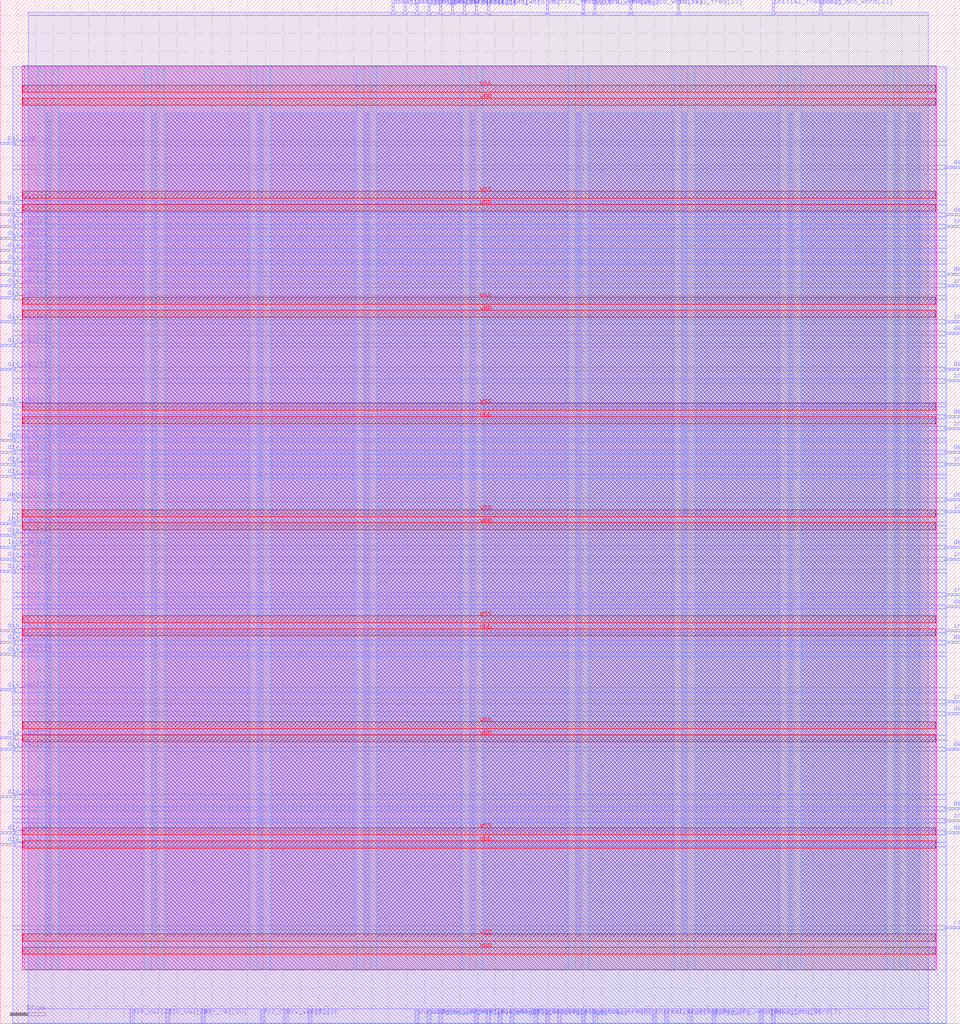
<source format=lef>
VERSION 5.7 ;
  NOWIREEXTENSIONATPIN ON ;
  DIVIDERCHAR "/" ;
  BUSBITCHARS "[]" ;
MACRO pll_top
  CLASS BLOCK ;
  FOREIGN pll_top ;
  ORIGIN 0.000 0.000 ;
  SIZE 271.550 BY 289.470 ;
  PIN VDD
    DIRECTION INOUT ;
    USE POWER ;
    PORT
      LAYER Metal4 ;
        RECT 10.720 15.380 12.720 270.780 ;
    END
    PORT
      LAYER Metal4 ;
        RECT 40.720 15.380 42.720 270.780 ;
    END
    PORT
      LAYER Metal4 ;
        RECT 70.720 15.380 72.720 270.780 ;
    END
    PORT
      LAYER Metal4 ;
        RECT 100.720 15.380 102.720 270.780 ;
    END
    PORT
      LAYER Metal4 ;
        RECT 130.720 15.380 132.720 270.780 ;
    END
    PORT
      LAYER Metal4 ;
        RECT 160.720 15.380 162.720 270.780 ;
    END
    PORT
      LAYER Metal4 ;
        RECT 190.720 15.380 192.720 270.780 ;
    END
    PORT
      LAYER Metal4 ;
        RECT 220.720 15.380 222.720 270.780 ;
    END
    PORT
      LAYER Metal4 ;
        RECT 250.720 15.380 252.720 270.780 ;
    END
    PORT
      LAYER Metal5 ;
        RECT 6.420 19.680 264.620 21.680 ;
    END
    PORT
      LAYER Metal5 ;
        RECT 6.420 49.680 264.620 51.680 ;
    END
    PORT
      LAYER Metal5 ;
        RECT 6.420 79.680 264.620 81.680 ;
    END
    PORT
      LAYER Metal5 ;
        RECT 6.420 109.680 264.620 111.680 ;
    END
    PORT
      LAYER Metal5 ;
        RECT 6.420 139.680 264.620 141.680 ;
    END
    PORT
      LAYER Metal5 ;
        RECT 6.420 169.680 264.620 171.680 ;
    END
    PORT
      LAYER Metal5 ;
        RECT 6.420 199.680 264.620 201.680 ;
    END
    PORT
      LAYER Metal5 ;
        RECT 6.420 229.680 264.620 231.680 ;
    END
    PORT
      LAYER Metal5 ;
        RECT 6.420 259.680 264.620 261.680 ;
    END
  END VDD
  PIN VSS
    DIRECTION INOUT ;
    USE GROUND ;
    PORT
      LAYER Metal4 ;
        RECT 14.420 15.380 16.420 270.780 ;
    END
    PORT
      LAYER Metal4 ;
        RECT 44.420 15.380 46.420 270.780 ;
    END
    PORT
      LAYER Metal4 ;
        RECT 74.420 15.380 76.420 270.780 ;
    END
    PORT
      LAYER Metal4 ;
        RECT 104.420 15.380 106.420 270.780 ;
    END
    PORT
      LAYER Metal4 ;
        RECT 134.420 15.380 136.420 270.780 ;
    END
    PORT
      LAYER Metal4 ;
        RECT 164.420 15.380 166.420 270.780 ;
    END
    PORT
      LAYER Metal4 ;
        RECT 194.420 15.380 196.420 270.780 ;
    END
    PORT
      LAYER Metal4 ;
        RECT 224.420 15.380 226.420 270.780 ;
    END
    PORT
      LAYER Metal4 ;
        RECT 254.420 15.380 256.420 270.780 ;
    END
    PORT
      LAYER Metal5 ;
        RECT 6.420 23.380 264.620 25.380 ;
    END
    PORT
      LAYER Metal5 ;
        RECT 6.420 53.380 264.620 55.380 ;
    END
    PORT
      LAYER Metal5 ;
        RECT 6.420 83.380 264.620 85.380 ;
    END
    PORT
      LAYER Metal5 ;
        RECT 6.420 113.380 264.620 115.380 ;
    END
    PORT
      LAYER Metal5 ;
        RECT 6.420 143.380 264.620 145.380 ;
    END
    PORT
      LAYER Metal5 ;
        RECT 6.420 173.380 264.620 175.380 ;
    END
    PORT
      LAYER Metal5 ;
        RECT 6.420 203.380 264.620 205.380 ;
    END
    PORT
      LAYER Metal5 ;
        RECT 6.420 233.380 264.620 235.380 ;
    END
    PORT
      LAYER Metal5 ;
        RECT 6.420 263.380 264.620 265.380 ;
    END
  END VSS
  PIN debug_dco_word[0]
    DIRECTION OUTPUT ;
    USE SIGNAL ;
    ANTENNADIFFAREA 1.986000 ;
    PORT
      LAYER Metal2 ;
        RECT 120.960 0.000 121.520 4.000 ;
    END
  END debug_dco_word[0]
  PIN debug_dco_word[10]
    DIRECTION OUTPUT ;
    USE SIGNAL ;
    ANTENNADIFFAREA 1.986000 ;
    PORT
      LAYER Metal3 ;
        RECT 267.550 77.280 271.550 77.840 ;
    END
  END debug_dco_word[10]
  PIN debug_dco_word[11]
    DIRECTION OUTPUT ;
    USE SIGNAL ;
    ANTENNADIFFAREA 1.986000 ;
    PORT
      LAYER Metal3 ;
        RECT 267.550 87.360 271.550 87.920 ;
    END
  END debug_dco_word[11]
  PIN debug_dco_word[12]
    DIRECTION OUTPUT ;
    USE SIGNAL ;
    ANTENNADIFFAREA 1.986000 ;
    PORT
      LAYER Metal3 ;
        RECT 267.550 107.520 271.550 108.080 ;
    END
  END debug_dco_word[12]
  PIN debug_dco_word[13]
    DIRECTION OUTPUT ;
    USE SIGNAL ;
    ANTENNADIFFAREA 1.986000 ;
    PORT
      LAYER Metal3 ;
        RECT 267.550 117.600 271.550 118.160 ;
    END
  END debug_dco_word[13]
  PIN debug_dco_word[14]
    DIRECTION OUTPUT ;
    USE SIGNAL ;
    ANTENNADIFFAREA 1.986000 ;
    PORT
      LAYER Metal3 ;
        RECT 267.550 134.400 271.550 134.960 ;
    END
  END debug_dco_word[14]
  PIN debug_dco_word[15]
    DIRECTION OUTPUT ;
    USE SIGNAL ;
    ANTENNADIFFAREA 1.986000 ;
    PORT
      LAYER Metal3 ;
        RECT 267.550 147.840 271.550 148.400 ;
    END
  END debug_dco_word[15]
  PIN debug_dco_word[16]
    DIRECTION OUTPUT ;
    USE SIGNAL ;
    ANTENNADIFFAREA 1.986000 ;
    PORT
      LAYER Metal3 ;
        RECT 267.550 161.280 271.550 161.840 ;
    END
  END debug_dco_word[16]
  PIN debug_dco_word[17]
    DIRECTION OUTPUT ;
    USE SIGNAL ;
    ANTENNADIFFAREA 1.986000 ;
    PORT
      LAYER Metal3 ;
        RECT 267.550 171.360 271.550 171.920 ;
    END
  END debug_dco_word[17]
  PIN debug_dco_word[18]
    DIRECTION OUTPUT ;
    USE SIGNAL ;
    ANTENNADIFFAREA 1.986000 ;
    PORT
      LAYER Metal3 ;
        RECT 267.550 184.800 271.550 185.360 ;
    END
  END debug_dco_word[18]
  PIN debug_dco_word[19]
    DIRECTION OUTPUT ;
    USE SIGNAL ;
    ANTENNADIFFAREA 1.986000 ;
    PORT
      LAYER Metal3 ;
        RECT 267.550 194.880 271.550 195.440 ;
    END
  END debug_dco_word[19]
  PIN debug_dco_word[1]
    DIRECTION OUTPUT ;
    USE SIGNAL ;
    ANTENNADIFFAREA 1.986000 ;
    PORT
      LAYER Metal2 ;
        RECT 124.320 0.000 124.880 4.000 ;
    END
  END debug_dco_word[1]
  PIN debug_dco_word[20]
    DIRECTION OUTPUT ;
    USE SIGNAL ;
    ANTENNADIFFAREA 1.986000 ;
    PORT
      LAYER Metal3 ;
        RECT 267.550 211.680 271.550 212.240 ;
    END
  END debug_dco_word[20]
  PIN debug_dco_word[21]
    DIRECTION OUTPUT ;
    USE SIGNAL ;
    ANTENNADIFFAREA 1.986000 ;
    PORT
      LAYER Metal3 ;
        RECT 267.550 228.480 271.550 229.040 ;
    END
  END debug_dco_word[21]
  PIN debug_dco_word[22]
    DIRECTION OUTPUT ;
    USE SIGNAL ;
    ANTENNADIFFAREA 1.986000 ;
    PORT
      LAYER Metal3 ;
        RECT 267.550 241.920 271.550 242.480 ;
    END
  END debug_dco_word[22]
  PIN debug_dco_word[23]
    DIRECTION OUTPUT ;
    USE SIGNAL ;
    ANTENNADIFFAREA 1.986000 ;
    PORT
      LAYER Metal2 ;
        RECT 231.840 285.470 232.400 289.470 ;
    END
  END debug_dco_word[23]
  PIN debug_dco_word[24]
    DIRECTION OUTPUT ;
    USE SIGNAL ;
    ANTENNADIFFAREA 1.986000 ;
    PORT
      LAYER Metal2 ;
        RECT 178.080 285.470 178.640 289.470 ;
    END
  END debug_dco_word[24]
  PIN debug_dco_word[25]
    DIRECTION OUTPUT ;
    USE SIGNAL ;
    ANTENNADIFFAREA 1.986000 ;
    PORT
      LAYER Metal2 ;
        RECT 164.640 285.470 165.200 289.470 ;
    END
  END debug_dco_word[25]
  PIN debug_dco_word[26]
    DIRECTION OUTPUT ;
    USE SIGNAL ;
    ANTENNADIFFAREA 1.986000 ;
    PORT
      LAYER Metal2 ;
        RECT 137.760 285.470 138.320 289.470 ;
    END
  END debug_dco_word[26]
  PIN debug_dco_word[27]
    DIRECTION OUTPUT ;
    USE SIGNAL ;
    ANTENNADIFFAREA 1.986000 ;
    PORT
      LAYER Metal2 ;
        RECT 117.600 285.470 118.160 289.470 ;
    END
  END debug_dco_word[27]
  PIN debug_dco_word[28]
    DIRECTION OUTPUT ;
    USE SIGNAL ;
    ANTENNADIFFAREA 1.986000 ;
    PORT
      LAYER Metal2 ;
        RECT 120.960 285.470 121.520 289.470 ;
    END
  END debug_dco_word[28]
  PIN debug_dco_word[29]
    DIRECTION OUTPUT ;
    USE SIGNAL ;
    ANTENNADIFFAREA 1.986000 ;
    PORT
      LAYER Metal2 ;
        RECT 110.880 285.470 111.440 289.470 ;
    END
  END debug_dco_word[29]
  PIN debug_dco_word[2]
    DIRECTION OUTPUT ;
    USE SIGNAL ;
    ANTENNADIFFAREA 1.986000 ;
    PORT
      LAYER Metal2 ;
        RECT 134.400 0.000 134.960 4.000 ;
    END
  END debug_dco_word[2]
  PIN debug_dco_word[30]
    DIRECTION OUTPUT ;
    USE SIGNAL ;
    ANTENNADIFFAREA 1.986000 ;
    PORT
      LAYER Metal3 ;
        RECT 0.000 164.640 4.000 165.200 ;
    END
  END debug_dco_word[30]
  PIN debug_dco_word[31]
    DIRECTION OUTPUT ;
    USE SIGNAL ;
    ANTENNADIFFAREA 1.986000 ;
    PORT
      LAYER Metal3 ;
        RECT 0.000 147.840 4.000 148.400 ;
    END
  END debug_dco_word[31]
  PIN debug_dco_word[3]
    DIRECTION OUTPUT ;
    USE SIGNAL ;
    ANTENNADIFFAREA 1.986000 ;
    PORT
      LAYER Metal2 ;
        RECT 144.480 0.000 145.040 4.000 ;
    END
  END debug_dco_word[3]
  PIN debug_dco_word[4]
    DIRECTION OUTPUT ;
    USE SIGNAL ;
    ANTENNADIFFAREA 1.986000 ;
    PORT
      LAYER Metal2 ;
        RECT 157.920 0.000 158.480 4.000 ;
    END
  END debug_dco_word[4]
  PIN debug_dco_word[5]
    DIRECTION OUTPUT ;
    USE SIGNAL ;
    ANTENNADIFFAREA 1.986000 ;
    PORT
      LAYER Metal2 ;
        RECT 164.640 0.000 165.200 4.000 ;
    END
  END debug_dco_word[5]
  PIN debug_dco_word[6]
    DIRECTION OUTPUT ;
    USE SIGNAL ;
    ANTENNADIFFAREA 1.986000 ;
    PORT
      LAYER Metal2 ;
        RECT 201.600 0.000 202.160 4.000 ;
    END
  END debug_dco_word[6]
  PIN debug_dco_word[7]
    DIRECTION OUTPUT ;
    USE SIGNAL ;
    ANTENNADIFFAREA 1.986000 ;
    PORT
      LAYER Metal2 ;
        RECT 218.400 0.000 218.960 4.000 ;
    END
  END debug_dco_word[7]
  PIN debug_dco_word[8]
    DIRECTION OUTPUT ;
    USE SIGNAL ;
    ANTENNADIFFAREA 1.986000 ;
    PORT
      LAYER Metal3 ;
        RECT 267.550 53.760 271.550 54.320 ;
    END
  END debug_dco_word[8]
  PIN debug_dco_word[9]
    DIRECTION OUTPUT ;
    USE SIGNAL ;
    ANTENNADIFFAREA 1.986000 ;
    PORT
      LAYER Metal3 ;
        RECT 267.550 60.480 271.550 61.040 ;
    END
  END debug_dco_word[9]
  PIN div_val[0]
    DIRECTION INPUT ;
    USE SIGNAL ;
    ANTENNAGATEAREA 0.741000 ;
    PORT
      LAYER Metal3 ;
        RECT 0.000 204.960 4.000 205.520 ;
    END
  END div_val[0]
  PIN div_val[10]
    DIRECTION INPUT ;
    USE SIGNAL ;
    ANTENNAGATEAREA 0.741000 ;
    PORT
      LAYER Metal3 ;
        RECT 0.000 191.520 4.000 192.080 ;
    END
  END div_val[10]
  PIN div_val[11]
    DIRECTION INPUT ;
    USE SIGNAL ;
    ANTENNAGATEAREA 0.741000 ;
    PORT
      LAYER Metal3 ;
        RECT 0.000 184.800 4.000 185.360 ;
    END
  END div_val[11]
  PIN div_val[12]
    DIRECTION INPUT ;
    USE SIGNAL ;
    ANTENNAGATEAREA 0.498500 ;
    PORT
      LAYER Metal3 ;
        RECT 0.000 174.720 4.000 175.280 ;
    END
  END div_val[12]
  PIN div_val[13]
    DIRECTION INPUT ;
    USE SIGNAL ;
    ANTENNAGATEAREA 0.741000 ;
    PORT
      LAYER Metal3 ;
        RECT 0.000 161.280 4.000 161.840 ;
    END
  END div_val[13]
  PIN div_val[14]
    DIRECTION INPUT ;
    USE SIGNAL ;
    ANTENNAGATEAREA 0.498500 ;
    PORT
      LAYER Metal3 ;
        RECT 0.000 157.920 4.000 158.480 ;
    END
  END div_val[14]
  PIN div_val[15]
    DIRECTION INPUT ;
    USE SIGNAL ;
    ANTENNAGATEAREA 1.102000 ;
    PORT
      LAYER Metal3 ;
        RECT 0.000 154.560 4.000 155.120 ;
    END
  END div_val[15]
  PIN div_val[16]
    DIRECTION INPUT ;
    USE SIGNAL ;
    ANTENNAGATEAREA 0.741000 ;
    PORT
      LAYER Metal3 ;
        RECT 0.000 137.760 4.000 138.320 ;
    END
  END div_val[16]
  PIN div_val[17]
    DIRECTION INPUT ;
    USE SIGNAL ;
    ANTENNAGATEAREA 0.498500 ;
    PORT
      LAYER Metal3 ;
        RECT 0.000 131.040 4.000 131.600 ;
    END
  END div_val[17]
  PIN div_val[18]
    DIRECTION INPUT ;
    USE SIGNAL ;
    ANTENNAGATEAREA 0.498500 ;
    PORT
      LAYER Metal3 ;
        RECT 0.000 127.680 4.000 128.240 ;
    END
  END div_val[18]
  PIN div_val[19]
    DIRECTION INPUT ;
    USE SIGNAL ;
    ANTENNAGATEAREA 0.726000 ;
    PORT
      LAYER Metal3 ;
        RECT 0.000 110.880 4.000 111.440 ;
    END
  END div_val[19]
  PIN div_val[1]
    DIRECTION INPUT ;
    USE SIGNAL ;
    ANTENNAGATEAREA 0.741000 ;
    PORT
      LAYER Metal3 ;
        RECT 0.000 211.680 4.000 212.240 ;
    END
  END div_val[1]
  PIN div_val[20]
    DIRECTION INPUT ;
    USE SIGNAL ;
    ANTENNAGATEAREA 0.741000 ;
    PORT
      LAYER Metal3 ;
        RECT 0.000 107.520 4.000 108.080 ;
    END
  END div_val[20]
  PIN div_val[21]
    DIRECTION INPUT ;
    USE SIGNAL ;
    ANTENNAGATEAREA 1.102000 ;
    PORT
      LAYER Metal3 ;
        RECT 0.000 104.160 4.000 104.720 ;
    END
  END div_val[21]
  PIN div_val[22]
    DIRECTION INPUT ;
    USE SIGNAL ;
    ANTENNAGATEAREA 0.498500 ;
    PORT
      LAYER Metal3 ;
        RECT 0.000 94.080 4.000 94.640 ;
    END
  END div_val[22]
  PIN div_val[23]
    DIRECTION INPUT ;
    USE SIGNAL ;
    ANTENNAGATEAREA 1.102000 ;
    PORT
      LAYER Metal3 ;
        RECT 0.000 80.640 4.000 81.200 ;
    END
  END div_val[23]
  PIN div_val[24]
    DIRECTION INPUT ;
    USE SIGNAL ;
    ANTENNAGATEAREA 1.102000 ;
    PORT
      LAYER Metal3 ;
        RECT 0.000 77.280 4.000 77.840 ;
    END
  END div_val[24]
  PIN div_val[25]
    DIRECTION INPUT ;
    USE SIGNAL ;
    ANTENNAGATEAREA 0.741000 ;
    PORT
      LAYER Metal3 ;
        RECT 0.000 63.840 4.000 64.400 ;
    END
  END div_val[25]
  PIN div_val[26]
    DIRECTION INPUT ;
    USE SIGNAL ;
    ANTENNAGATEAREA 0.741000 ;
    PORT
      LAYER Metal3 ;
        RECT 0.000 53.760 4.000 54.320 ;
    END
  END div_val[26]
  PIN div_val[27]
    DIRECTION INPUT ;
    USE SIGNAL ;
    ANTENNAGATEAREA 0.498500 ;
    PORT
      LAYER Metal3 ;
        RECT 0.000 50.400 4.000 50.960 ;
    END
  END div_val[27]
  PIN div_val[28]
    DIRECTION INPUT ;
    USE SIGNAL ;
    ANTENNAGATEAREA 0.741000 ;
    PORT
      LAYER Metal2 ;
        RECT 36.960 0.000 37.520 4.000 ;
    END
  END div_val[28]
  PIN div_val[29]
    DIRECTION INPUT ;
    USE SIGNAL ;
    ANTENNAGATEAREA 0.741000 ;
    PORT
      LAYER Metal2 ;
        RECT 47.040 0.000 47.600 4.000 ;
    END
  END div_val[29]
  PIN div_val[2]
    DIRECTION INPUT ;
    USE SIGNAL ;
    ANTENNAGATEAREA 0.741000 ;
    PORT
      LAYER Metal3 ;
        RECT 0.000 208.320 4.000 208.880 ;
    END
  END div_val[2]
  PIN div_val[30]
    DIRECTION INPUT ;
    USE SIGNAL ;
    ANTENNAGATEAREA 0.741000 ;
    PORT
      LAYER Metal2 ;
        RECT 57.120 0.000 57.680 4.000 ;
    END
  END div_val[30]
  PIN div_val[31]
    DIRECTION INPUT ;
    USE SIGNAL ;
    ANTENNAGATEAREA 0.741000 ;
    PORT
      LAYER Metal2 ;
        RECT 80.640 0.000 81.200 4.000 ;
    END
  END div_val[31]
  PIN div_val[3]
    DIRECTION INPUT ;
    USE SIGNAL ;
    ANTENNAGATEAREA 0.741000 ;
    PORT
      LAYER Metal3 ;
        RECT 0.000 218.400 4.000 218.960 ;
    END
  END div_val[3]
  PIN div_val[4]
    DIRECTION INPUT ;
    USE SIGNAL ;
    ANTENNAGATEAREA 0.741000 ;
    PORT
      LAYER Metal3 ;
        RECT 0.000 231.840 4.000 232.400 ;
    END
  END div_val[4]
  PIN div_val[5]
    DIRECTION INPUT ;
    USE SIGNAL ;
    ANTENNAGATEAREA 0.741000 ;
    PORT
      LAYER Metal3 ;
        RECT 0.000 228.480 4.000 229.040 ;
    END
  END div_val[5]
  PIN div_val[6]
    DIRECTION INPUT ;
    USE SIGNAL ;
    ANTENNAGATEAREA 0.498500 ;
    PORT
      LAYER Metal3 ;
        RECT 0.000 225.120 4.000 225.680 ;
    END
  END div_val[6]
  PIN div_val[7]
    DIRECTION INPUT ;
    USE SIGNAL ;
    ANTENNAGATEAREA 0.741000 ;
    PORT
      LAYER Metal3 ;
        RECT 0.000 221.760 4.000 222.320 ;
    END
  END div_val[7]
  PIN div_val[8]
    DIRECTION INPUT ;
    USE SIGNAL ;
    ANTENNAGATEAREA 0.498500 ;
    PORT
      LAYER Metal3 ;
        RECT 0.000 215.040 4.000 215.600 ;
    END
  END div_val[8]
  PIN div_val[9]
    DIRECTION INPUT ;
    USE SIGNAL ;
    ANTENNAGATEAREA 0.498500 ;
    PORT
      LAYER Metal3 ;
        RECT 0.000 198.240 4.000 198.800 ;
    END
  END div_val[9]
  PIN initial_freq[0]
    DIRECTION INPUT ;
    USE SIGNAL ;
    ANTENNAGATEAREA 0.741000 ;
    PORT
      LAYER Metal2 ;
        RECT 117.600 0.000 118.160 4.000 ;
    END
  END initial_freq[0]
  PIN initial_freq[10]
    DIRECTION INPUT ;
    USE SIGNAL ;
    ANTENNAGATEAREA 0.741000 ;
    PORT
      LAYER Metal2 ;
        RECT 188.160 0.000 188.720 4.000 ;
    END
  END initial_freq[10]
  PIN initial_freq[11]
    DIRECTION INPUT ;
    USE SIGNAL ;
    ANTENNAGATEAREA 0.741000 ;
    PORT
      LAYER Metal3 ;
        RECT 267.550 90.720 271.550 91.280 ;
    END
  END initial_freq[11]
  PIN initial_freq[12]
    DIRECTION INPUT ;
    USE SIGNAL ;
    ANTENNAGATEAREA 0.741000 ;
    PORT
      LAYER Metal3 ;
        RECT 267.550 110.880 271.550 111.440 ;
    END
  END initial_freq[12]
  PIN initial_freq[13]
    DIRECTION INPUT ;
    USE SIGNAL ;
    ANTENNAGATEAREA 0.741000 ;
    PORT
      LAYER Metal3 ;
        RECT 267.550 120.960 271.550 121.520 ;
    END
  END initial_freq[13]
  PIN initial_freq[14]
    DIRECTION INPUT ;
    USE SIGNAL ;
    ANTENNAGATEAREA 0.741000 ;
    PORT
      LAYER Metal3 ;
        RECT 267.550 131.040 271.550 131.600 ;
    END
  END initial_freq[14]
  PIN initial_freq[15]
    DIRECTION INPUT ;
    USE SIGNAL ;
    ANTENNAGATEAREA 0.741000 ;
    PORT
      LAYER Metal3 ;
        RECT 267.550 144.480 271.550 145.040 ;
    END
  END initial_freq[15]
  PIN initial_freq[16]
    DIRECTION INPUT ;
    USE SIGNAL ;
    ANTENNAGATEAREA 0.741000 ;
    PORT
      LAYER Metal3 ;
        RECT 267.550 157.920 271.550 158.480 ;
    END
  END initial_freq[16]
  PIN initial_freq[17]
    DIRECTION INPUT ;
    USE SIGNAL ;
    ANTENNAGATEAREA 0.741000 ;
    PORT
      LAYER Metal3 ;
        RECT 267.550 168.000 271.550 168.560 ;
    END
  END initial_freq[17]
  PIN initial_freq[18]
    DIRECTION INPUT ;
    USE SIGNAL ;
    ANTENNAGATEAREA 0.741000 ;
    PORT
      LAYER Metal3 ;
        RECT 267.550 181.440 271.550 182.000 ;
    END
  END initial_freq[18]
  PIN initial_freq[19]
    DIRECTION INPUT ;
    USE SIGNAL ;
    ANTENNAGATEAREA 0.741000 ;
    PORT
      LAYER Metal3 ;
        RECT 267.550 198.240 271.550 198.800 ;
    END
  END initial_freq[19]
  PIN initial_freq[1]
    DIRECTION INPUT ;
    USE SIGNAL ;
    ANTENNAGATEAREA 0.741000 ;
    PORT
      LAYER Metal2 ;
        RECT 151.200 0.000 151.760 4.000 ;
    END
  END initial_freq[1]
  PIN initial_freq[20]
    DIRECTION INPUT ;
    USE SIGNAL ;
    ANTENNAGATEAREA 0.741000 ;
    PORT
      LAYER Metal3 ;
        RECT 267.550 208.320 271.550 208.880 ;
    END
  END initial_freq[20]
  PIN initial_freq[21]
    DIRECTION INPUT ;
    USE SIGNAL ;
    ANTENNAGATEAREA 0.741000 ;
    PORT
      LAYER Metal3 ;
        RECT 267.550 225.120 271.550 225.680 ;
    END
  END initial_freq[21]
  PIN initial_freq[22]
    DIRECTION INPUT ;
    USE SIGNAL ;
    ANTENNAGATEAREA 0.741000 ;
    PORT
      LAYER Metal2 ;
        RECT 218.400 285.470 218.960 289.470 ;
    END
  END initial_freq[22]
  PIN initial_freq[23]
    DIRECTION INPUT ;
    USE SIGNAL ;
    ANTENNAGATEAREA 0.741000 ;
    PORT
      LAYER Metal2 ;
        RECT 191.520 285.470 192.080 289.470 ;
    END
  END initial_freq[23]
  PIN initial_freq[24]
    DIRECTION INPUT ;
    USE SIGNAL ;
    ANTENNAGATEAREA 0.741000 ;
    PORT
      LAYER Metal2 ;
        RECT 168.000 285.470 168.560 289.470 ;
    END
  END initial_freq[24]
  PIN initial_freq[25]
    DIRECTION INPUT ;
    USE SIGNAL ;
    ANTENNAGATEAREA 0.741000 ;
    PORT
      LAYER Metal2 ;
        RECT 154.560 285.470 155.120 289.470 ;
    END
  END initial_freq[25]
  PIN initial_freq[26]
    DIRECTION INPUT ;
    USE SIGNAL ;
    ANTENNAGATEAREA 0.741000 ;
    PORT
      LAYER Metal2 ;
        RECT 127.680 285.470 128.240 289.470 ;
    END
  END initial_freq[26]
  PIN initial_freq[27]
    DIRECTION INPUT ;
    USE SIGNAL ;
    ANTENNAGATEAREA 0.741000 ;
    PORT
      LAYER Metal2 ;
        RECT 114.240 285.470 114.800 289.470 ;
    END
  END initial_freq[27]
  PIN initial_freq[28]
    DIRECTION INPUT ;
    USE SIGNAL ;
    ANTENNAGATEAREA 0.741000 ;
    PORT
      LAYER Metal2 ;
        RECT 131.040 285.470 131.600 289.470 ;
    END
  END initial_freq[28]
  PIN initial_freq[29]
    DIRECTION INPUT ;
    USE SIGNAL ;
    ANTENNAGATEAREA 0.741000 ;
    PORT
      LAYER Metal2 ;
        RECT 124.320 285.470 124.880 289.470 ;
    END
  END initial_freq[29]
  PIN initial_freq[2]
    DIRECTION INPUT ;
    USE SIGNAL ;
    ANTENNAGATEAREA 0.741000 ;
    PORT
      LAYER Metal2 ;
        RECT 137.760 0.000 138.320 4.000 ;
    END
  END initial_freq[2]
  PIN initial_freq[30]
    DIRECTION INPUT ;
    USE SIGNAL ;
    ANTENNAGATEAREA 0.741000 ;
    PORT
      LAYER Metal2 ;
        RECT 134.400 285.470 134.960 289.470 ;
    END
  END initial_freq[30]
  PIN initial_freq[31]
    DIRECTION INPUT ;
    USE SIGNAL ;
    ANTENNAGATEAREA 0.741000 ;
    PORT
      LAYER Metal3 ;
        RECT 0.000 141.120 4.000 141.680 ;
    END
  END initial_freq[31]
  PIN initial_freq[3]
    DIRECTION INPUT ;
    USE SIGNAL ;
    ANTENNAGATEAREA 0.741000 ;
    PORT
      LAYER Metal2 ;
        RECT 141.120 0.000 141.680 4.000 ;
    END
  END initial_freq[3]
  PIN initial_freq[4]
    DIRECTION INPUT ;
    USE SIGNAL ;
    ANTENNAGATEAREA 0.741000 ;
    PORT
      LAYER Metal2 ;
        RECT 154.560 0.000 155.120 4.000 ;
    END
  END initial_freq[4]
  PIN initial_freq[5]
    DIRECTION INPUT ;
    USE SIGNAL ;
    ANTENNAGATEAREA 0.741000 ;
    PORT
      LAYER Metal2 ;
        RECT 168.000 0.000 168.560 4.000 ;
    END
  END initial_freq[5]
  PIN initial_freq[6]
    DIRECTION INPUT ;
    USE SIGNAL ;
    ANTENNAGATEAREA 0.741000 ;
    PORT
      LAYER Metal2 ;
        RECT 194.880 0.000 195.440 4.000 ;
    END
  END initial_freq[6]
  PIN initial_freq[7]
    DIRECTION INPUT ;
    USE SIGNAL ;
    ANTENNAGATEAREA 0.741000 ;
    PORT
      LAYER Metal2 ;
        RECT 215.040 0.000 215.600 4.000 ;
    END
  END initial_freq[7]
  PIN initial_freq[8]
    DIRECTION INPUT ;
    USE SIGNAL ;
    ANTENNAGATEAREA 0.741000 ;
    PORT
      LAYER Metal3 ;
        RECT 267.550 57.120 271.550 57.680 ;
    END
  END initial_freq[8]
  PIN initial_freq[9]
    DIRECTION INPUT ;
    USE SIGNAL ;
    ANTENNAGATEAREA 0.741000 ;
    PORT
      LAYER Metal2 ;
        RECT 184.800 0.000 185.360 4.000 ;
    END
  END initial_freq[9]
  PIN lock_detect
    DIRECTION OUTPUT ;
    USE SIGNAL ;
    ANTENNADIFFAREA 1.986000 ;
    PORT
      LAYER Metal3 ;
        RECT 0.000 134.400 4.000 134.960 ;
    END
  END lock_detect
  PIN pll_out
    DIRECTION OUTPUT ;
    USE SIGNAL ;
    ANTENNADIFFAREA 1.986000 ;
    PORT
      LAYER Metal3 ;
        RECT 0.000 248.640 4.000 249.200 ;
    END
  END pll_out
  PIN ref_clk
    DIRECTION INPUT ;
    USE SIGNAL ;
    ANTENNAGATEAREA 0.741000 ;
    PORT
      LAYER Metal2 ;
        RECT 87.360 0.000 87.920 4.000 ;
    END
  END ref_clk
  PIN rst_n
    DIRECTION INPUT ;
    USE SIGNAL ;
    ANTENNAGATEAREA 0.741000 ;
    PORT
      LAYER Metal3 ;
        RECT 267.550 26.880 271.550 27.440 ;
    END
  END rst_n
  PIN sys_clk
    DIRECTION INPUT ;
    USE SIGNAL ;
    ANTENNAGATEAREA 4.738000 ;
    PORT
      LAYER Metal2 ;
        RECT 73.920 0.000 74.480 4.000 ;
    END
  END sys_clk
  OBS
      LAYER Nwell ;
        RECT 6.290 15.250 264.750 270.910 ;
      LAYER Metal1 ;
        RECT 6.720 15.380 264.320 270.780 ;
      LAYER Metal2 ;
        RECT 7.980 285.170 110.580 286.020 ;
        RECT 111.740 285.170 113.940 286.020 ;
        RECT 115.100 285.170 117.300 286.020 ;
        RECT 118.460 285.170 120.660 286.020 ;
        RECT 121.820 285.170 124.020 286.020 ;
        RECT 125.180 285.170 127.380 286.020 ;
        RECT 128.540 285.170 130.740 286.020 ;
        RECT 131.900 285.170 134.100 286.020 ;
        RECT 135.260 285.170 137.460 286.020 ;
        RECT 138.620 285.170 154.260 286.020 ;
        RECT 155.420 285.170 164.340 286.020 ;
        RECT 165.500 285.170 167.700 286.020 ;
        RECT 168.860 285.170 177.780 286.020 ;
        RECT 178.940 285.170 191.220 286.020 ;
        RECT 192.380 285.170 218.100 286.020 ;
        RECT 219.260 285.170 231.540 286.020 ;
        RECT 232.700 285.170 262.500 286.020 ;
        RECT 7.980 4.300 262.500 285.170 ;
        RECT 7.980 0.090 36.660 4.300 ;
        RECT 37.820 0.090 46.740 4.300 ;
        RECT 47.900 0.090 56.820 4.300 ;
        RECT 57.980 0.090 73.620 4.300 ;
        RECT 74.780 0.090 80.340 4.300 ;
        RECT 81.500 0.090 87.060 4.300 ;
        RECT 88.220 0.090 117.300 4.300 ;
        RECT 118.460 0.090 120.660 4.300 ;
        RECT 121.820 0.090 124.020 4.300 ;
        RECT 125.180 0.090 134.100 4.300 ;
        RECT 135.260 0.090 137.460 4.300 ;
        RECT 138.620 0.090 140.820 4.300 ;
        RECT 141.980 0.090 144.180 4.300 ;
        RECT 145.340 0.090 150.900 4.300 ;
        RECT 152.060 0.090 154.260 4.300 ;
        RECT 155.420 0.090 157.620 4.300 ;
        RECT 158.780 0.090 164.340 4.300 ;
        RECT 165.500 0.090 167.700 4.300 ;
        RECT 168.860 0.090 184.500 4.300 ;
        RECT 185.660 0.090 187.860 4.300 ;
        RECT 189.020 0.090 194.580 4.300 ;
        RECT 195.740 0.090 201.300 4.300 ;
        RECT 202.460 0.090 214.740 4.300 ;
        RECT 215.900 0.090 218.100 4.300 ;
        RECT 219.260 0.090 262.500 4.300 ;
      LAYER Metal3 ;
        RECT 3.500 249.500 267.550 270.620 ;
        RECT 4.300 248.340 267.550 249.500 ;
        RECT 3.500 242.780 267.550 248.340 ;
        RECT 3.500 241.620 267.250 242.780 ;
        RECT 3.500 232.700 267.550 241.620 ;
        RECT 4.300 231.540 267.550 232.700 ;
        RECT 3.500 229.340 267.550 231.540 ;
        RECT 4.300 228.180 267.250 229.340 ;
        RECT 3.500 225.980 267.550 228.180 ;
        RECT 4.300 224.820 267.250 225.980 ;
        RECT 3.500 222.620 267.550 224.820 ;
        RECT 4.300 221.460 267.550 222.620 ;
        RECT 3.500 219.260 267.550 221.460 ;
        RECT 4.300 218.100 267.550 219.260 ;
        RECT 3.500 215.900 267.550 218.100 ;
        RECT 4.300 214.740 267.550 215.900 ;
        RECT 3.500 212.540 267.550 214.740 ;
        RECT 4.300 211.380 267.250 212.540 ;
        RECT 3.500 209.180 267.550 211.380 ;
        RECT 4.300 208.020 267.250 209.180 ;
        RECT 3.500 205.820 267.550 208.020 ;
        RECT 4.300 204.660 267.550 205.820 ;
        RECT 3.500 199.100 267.550 204.660 ;
        RECT 4.300 197.940 267.250 199.100 ;
        RECT 3.500 195.740 267.550 197.940 ;
        RECT 3.500 194.580 267.250 195.740 ;
        RECT 3.500 192.380 267.550 194.580 ;
        RECT 4.300 191.220 267.550 192.380 ;
        RECT 3.500 185.660 267.550 191.220 ;
        RECT 4.300 184.500 267.250 185.660 ;
        RECT 3.500 182.300 267.550 184.500 ;
        RECT 3.500 181.140 267.250 182.300 ;
        RECT 3.500 175.580 267.550 181.140 ;
        RECT 4.300 174.420 267.550 175.580 ;
        RECT 3.500 172.220 267.550 174.420 ;
        RECT 3.500 171.060 267.250 172.220 ;
        RECT 3.500 168.860 267.550 171.060 ;
        RECT 3.500 167.700 267.250 168.860 ;
        RECT 3.500 165.500 267.550 167.700 ;
        RECT 4.300 164.340 267.550 165.500 ;
        RECT 3.500 162.140 267.550 164.340 ;
        RECT 4.300 160.980 267.250 162.140 ;
        RECT 3.500 158.780 267.550 160.980 ;
        RECT 4.300 157.620 267.250 158.780 ;
        RECT 3.500 155.420 267.550 157.620 ;
        RECT 4.300 154.260 267.550 155.420 ;
        RECT 3.500 148.700 267.550 154.260 ;
        RECT 4.300 147.540 267.250 148.700 ;
        RECT 3.500 145.340 267.550 147.540 ;
        RECT 3.500 144.180 267.250 145.340 ;
        RECT 3.500 141.980 267.550 144.180 ;
        RECT 4.300 140.820 267.550 141.980 ;
        RECT 3.500 138.620 267.550 140.820 ;
        RECT 4.300 137.460 267.550 138.620 ;
        RECT 3.500 135.260 267.550 137.460 ;
        RECT 4.300 134.100 267.250 135.260 ;
        RECT 3.500 131.900 267.550 134.100 ;
        RECT 4.300 130.740 267.250 131.900 ;
        RECT 3.500 128.540 267.550 130.740 ;
        RECT 4.300 127.380 267.550 128.540 ;
        RECT 3.500 121.820 267.550 127.380 ;
        RECT 3.500 120.660 267.250 121.820 ;
        RECT 3.500 118.460 267.550 120.660 ;
        RECT 3.500 117.300 267.250 118.460 ;
        RECT 3.500 111.740 267.550 117.300 ;
        RECT 4.300 110.580 267.250 111.740 ;
        RECT 3.500 108.380 267.550 110.580 ;
        RECT 4.300 107.220 267.250 108.380 ;
        RECT 3.500 105.020 267.550 107.220 ;
        RECT 4.300 103.860 267.550 105.020 ;
        RECT 3.500 94.940 267.550 103.860 ;
        RECT 4.300 93.780 267.550 94.940 ;
        RECT 3.500 91.580 267.550 93.780 ;
        RECT 3.500 90.420 267.250 91.580 ;
        RECT 3.500 88.220 267.550 90.420 ;
        RECT 3.500 87.060 267.250 88.220 ;
        RECT 3.500 81.500 267.550 87.060 ;
        RECT 4.300 80.340 267.550 81.500 ;
        RECT 3.500 78.140 267.550 80.340 ;
        RECT 4.300 76.980 267.250 78.140 ;
        RECT 3.500 64.700 267.550 76.980 ;
        RECT 4.300 63.540 267.550 64.700 ;
        RECT 3.500 61.340 267.550 63.540 ;
        RECT 3.500 60.180 267.250 61.340 ;
        RECT 3.500 57.980 267.550 60.180 ;
        RECT 3.500 56.820 267.250 57.980 ;
        RECT 3.500 54.620 267.550 56.820 ;
        RECT 4.300 53.460 267.250 54.620 ;
        RECT 3.500 51.260 267.550 53.460 ;
        RECT 4.300 50.100 267.550 51.260 ;
        RECT 3.500 27.740 267.550 50.100 ;
        RECT 3.500 26.580 267.250 27.740 ;
        RECT 3.500 0.140 267.550 26.580 ;
      LAYER Metal4 ;
        RECT 13.020 24.730 14.120 257.510 ;
        RECT 16.720 24.730 40.420 257.510 ;
        RECT 43.020 24.730 44.120 257.510 ;
        RECT 46.720 24.730 70.420 257.510 ;
        RECT 73.020 24.730 74.120 257.510 ;
        RECT 76.720 24.730 100.420 257.510 ;
        RECT 103.020 24.730 104.120 257.510 ;
        RECT 106.720 24.730 130.420 257.510 ;
        RECT 133.020 24.730 134.120 257.510 ;
        RECT 136.720 24.730 160.420 257.510 ;
        RECT 163.020 24.730 164.120 257.510 ;
        RECT 166.720 24.730 190.420 257.510 ;
        RECT 193.020 24.730 194.120 257.510 ;
        RECT 196.720 24.730 220.420 257.510 ;
        RECT 223.020 24.730 224.120 257.510 ;
        RECT 226.720 24.730 250.420 257.510 ;
        RECT 253.020 24.730 254.120 257.510 ;
        RECT 256.720 24.730 260.260 257.510 ;
  END
END pll_top
END LIBRARY


</source>
